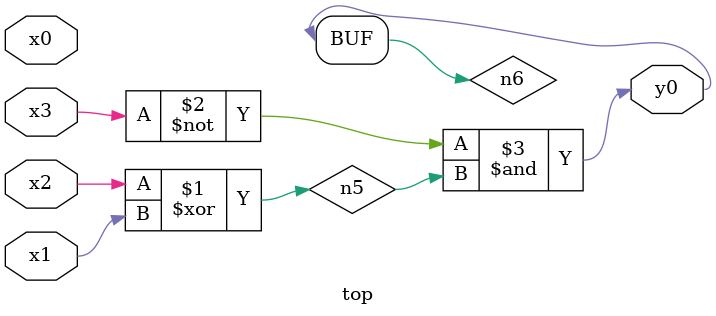
<source format=v>
module top( x0 , x1 , x2 , x3 , y0 );
  input x0 , x1 , x2 , x3 ;
  output y0 ;
  wire n5 , n6 ;
  assign n5 = x2 ^ x1 ;
  assign n6 = ~x3 & n5 ;
  assign y0 = n6 ;
endmodule

</source>
